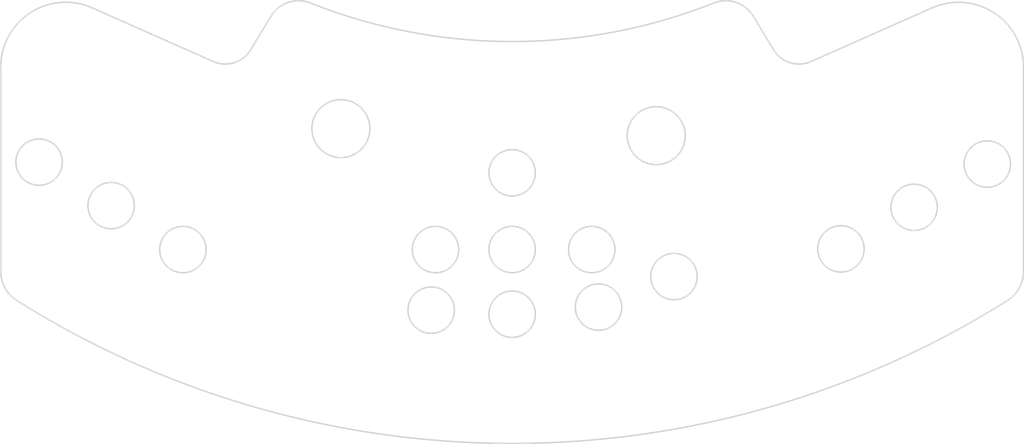
<source format=kicad_pcb>
(kicad_pcb
	(version 20240108)
	(generator "pcbnew")
	(generator_version "8.0")
	(general
		(thickness 1)
		(legacy_teardrops no)
	)
	(paper "A4")
	(layers
		(0 "F.Cu" signal)
		(31 "B.Cu" signal)
		(32 "B.Adhes" user "B.Adhesive")
		(33 "F.Adhes" user "F.Adhesive")
		(34 "B.Paste" user)
		(35 "F.Paste" user)
		(36 "B.SilkS" user "B.Silkscreen")
		(37 "F.SilkS" user "F.Silkscreen")
		(38 "B.Mask" user)
		(39 "F.Mask" user)
		(40 "Dwgs.User" user "User.Drawings")
		(41 "Cmts.User" user "User.Comments")
		(42 "Eco1.User" user "User.Eco1")
		(43 "Eco2.User" user "User.Eco2")
		(44 "Edge.Cuts" user)
		(45 "Margin" user)
		(46 "B.CrtYd" user "B.Courtyard")
		(47 "F.CrtYd" user "F.Courtyard")
		(48 "B.Fab" user)
		(49 "F.Fab" user)
	)
	(setup
		(stackup
			(layer "F.SilkS"
				(type "Top Silk Screen")
			)
			(layer "F.Paste"
				(type "Top Solder Paste")
			)
			(layer "F.Mask"
				(type "Top Solder Mask")
				(thickness 0.01)
			)
			(layer "F.Cu"
				(type "copper")
				(thickness 0.035)
			)
			(layer "dielectric 1"
				(type "core")
				(thickness 0.91)
				(material "FR4")
				(epsilon_r 4.5)
				(loss_tangent 0.02)
			)
			(layer "B.Cu"
				(type "copper")
				(thickness 0.035)
			)
			(layer "B.Mask"
				(type "Bottom Solder Mask")
				(thickness 0.01)
			)
			(layer "B.Paste"
				(type "Bottom Solder Paste")
			)
			(layer "B.SilkS"
				(type "Bottom Silk Screen")
			)
			(copper_finish "None")
			(dielectric_constraints no)
		)
		(pad_to_mask_clearance 0)
		(allow_soldermask_bridges_in_footprints no)
		(grid_origin 83 149)
		(pcbplotparams
			(layerselection 0x00010fc_ffffffff)
			(plot_on_all_layers_selection 0x0000000_00000000)
			(disableapertmacros no)
			(usegerberextensions no)
			(usegerberattributes yes)
			(usegerberadvancedattributes yes)
			(creategerberjobfile yes)
			(dashed_line_dash_ratio 12.000000)
			(dashed_line_gap_ratio 3.000000)
			(svgprecision 4)
			(plotframeref no)
			(viasonmask no)
			(mode 1)
			(useauxorigin no)
			(hpglpennumber 1)
			(hpglpenspeed 20)
			(hpglpendiameter 15.000000)
			(pdf_front_fp_property_popups yes)
			(pdf_back_fp_property_popups yes)
			(dxfpolygonmode yes)
			(dxfimperialunits yes)
			(dxfusepcbnewfont yes)
			(psnegative no)
			(psa4output no)
			(plotreference yes)
			(plotvalue yes)
			(plotfptext yes)
			(plotinvisibletext no)
			(sketchpadsonfab no)
			(subtractmaskfromsilk no)
			(outputformat 1)
			(mirror no)
			(drillshape 1)
			(scaleselection 1)
			(outputdirectory "")
		)
	)
	(net 0 "")
	(gr_line
		(start 68.527921 140.66225)
		(end 72.705696 142.514572)
		(stroke
			(width 0.05)
			(type solid)
		)
		(layer "Edge.Cuts")
		(uuid "00f1831d-fc9a-4c73-8b44-0e8c81f1792c")
	)
	(gr_line
		(start 73.992381 142.109204)
		(end 74.69 140.953424)
		(stroke
			(width 0.05)
			(type solid)
		)
		(layer "Edge.Cuts")
		(uuid "10d7176c-c864-49d1-8242-f214a8c5aa17")
	)
	(gr_circle
		(center 85.743079 149)
		(end 84.943079 149)
		(stroke
			(width 0.05)
			(type solid)
		)
		(fill none)
		(layer "Edge.Cuts")
		(uuid "15011dcf-ae10-4481-bcc4-6768c579620b")
	)
	(gr_line
		(start 65.38 149.75)
		(end 65.38 142.71)
		(stroke
			(width 0.05)
			(type solid)
		)
		(layer "Edge.Cuts")
		(uuid "1f5dd350-0d22-4cfc-845b-a107e007aaaf")
	)
	(gr_circle
		(center 77.099783 144.828617)
		(end 76.099783 144.828617)
		(stroke
			(width 0.05)
			(type solid)
		)
		(fill none)
		(layer "Edge.Cuts")
		(uuid "3109b2ef-cc18-478e-9b8e-acfb3c6404e6")
	)
	(gr_circle
		(center 83 149)
		(end 82.2 149)
		(stroke
			(width 0.05)
			(type solid)
		)
		(fill none)
		(layer "Edge.Cuts")
		(uuid "3a3efb6c-714e-462f-b336-a651e2ef8896")
	)
	(gr_circle
		(center 69.184432 147.484279)
		(end 68.384432 147.484279)
		(stroke
			(width 0.05)
			(type solid)
		)
		(fill none)
		(layer "Edge.Cuts")
		(uuid "47f4ea32-8654-4465-a182-d36b01c08f0b")
	)
	(gr_arc
		(start 65.38 142.71)
		(mid 66.398555 140.832323)
		(end 68.527921 140.66225)
		(stroke
			(width 0.05)
			(type solid)
		)
		(layer "Edge.Cuts")
		(uuid "4838f04b-a1a2-4420-9838-afb11edf9db9")
	)
	(gr_circle
		(center 83 151.230302)
		(end 82.2 151.230302)
		(stroke
			(width 0.05)
			(type solid)
		)
		(fill none)
		(layer "Edge.Cuts")
		(uuid "5ad7068d-cbe2-42db-98b5-1f4876a92c9f")
	)
	(gr_arc
		(start 100.62 149.75)
		(mid 100.471936 150.324865)
		(end 100.064589 150.756676)
		(stroke
			(width 0.05)
			(type solid)
		)
		(layer "Edge.Cuts")
		(uuid "5e615c04-fd23-4b92-a498-28246e463072")
	)
	(gr_circle
		(center 66.702743 145.983872)
		(end 65.902743 145.983872)
		(stroke
			(width 0.05)
			(type solid)
		)
		(fill none)
		(layer "Edge.Cuts")
		(uuid "6010a0e8-94e7-474b-ba23-f85d3707186d")
	)
	(gr_arc
		(start 89.95 140.495396)
		(mid 90.713971 140.475078)
		(end 91.31 140.953424)
		(stroke
			(width 0.05)
			(type solid)
		)
		(layer "Edge.Cuts")
		(uuid "6acecc50-4798-443b-8887-4f44f5675954")
	)
	(gr_arc
		(start 97.472079 140.66225)
		(mid 99.601445 140.832323)
		(end 100.62 142.71)
		(stroke
			(width 0.05)
			(type solid)
		)
		(layer "Edge.Cuts")
		(uuid "6bf932af-b312-4573-a049-77debe90e406")
	)
	(gr_circle
		(center 80.359066 149)
		(end 79.559066 149)
		(stroke
			(width 0.05)
			(type solid)
		)
		(fill none)
		(layer "Edge.Cuts")
		(uuid "72578f18-72e3-4c3a-b9a2-2b6dbb9f9812")
	)
	(gr_line
		(start 100.62 142.71)
		(end 100.62 149.75)
		(stroke
			(width 0.05)
			(type solid)
		)
		(layer "Edge.Cuts")
		(uuid "74cb4817-105e-45fc-a6f3-37404704dede")
	)
	(gr_arc
		(start 74.69 140.953424)
		(mid 75.286029 140.475078)
		(end 76.05 140.495396)
		(stroke
			(width 0.05)
			(type solid)
		)
		(layer "Edge.Cuts")
		(uuid "7fea9c35-56ab-41ca-9d2c-2b36a2770e69")
	)
	(gr_circle
		(center 83 146.352393)
		(end 82.2 146.352393)
		(stroke
			(width 0.05)
			(type solid)
		)
		(fill none)
		(layer "Edge.Cuts")
		(uuid "808efabe-ac72-44d7-a6f6-5bc39fbc0740")
	)
	(gr_arc
		(start 65.935411 150.756676)
		(mid 65.528064 150.324865)
		(end 65.38 149.75)
		(stroke
			(width 0.05)
			(type solid)
		)
		(layer "Edge.Cuts")
		(uuid "846287a9-1dc5-45e7-80ee-bd2a54830ee6")
	)
	(gr_circle
		(center 99.370476 146.05104)
		(end 98.570476 146.05104)
		(stroke
			(width 0.05)
			(type solid)
		)
		(fill none)
		(layer "Edge.Cuts")
		(uuid "91e48253-9be8-4847-a730-ca8fa64524aa")
	)
	(gr_circle
		(center 96.848948 147.543285)
		(end 96.048948 147.543285)
		(stroke
			(width 0.05)
			(type solid)
		)
		(fill none)
		(layer "Edge.Cuts")
		(uuid "99627d8e-4cca-4144-822a-a54fa3a730b2")
	)
	(gr_circle
		(center 94.328284 148.97725)
		(end 93.528284 148.97725)
		(stroke
			(width 0.05)
			(type solid)
		)
		(fill none)
		(layer "Edge.Cuts")
		(uuid "9d3cf76b-f3bb-4f3d-85e6-89fbb669a966")
	)
	(gr_line
		(start 93.294304 142.514572)
		(end 97.472079 140.66225)
		(stroke
			(width 0.05)
			(type solid)
		)
		(layer "Edge.Cuts")
		(uuid "bd723a77-d1d7-465d-8382-1cab4b132a3d")
	)
	(gr_circle
		(center 88.576039 149.932094)
		(end 87.776039 149.932094)
		(stroke
			(width 0.05)
			(type solid)
		)
		(fill none)
		(layer "Edge.Cuts")
		(uuid "c1cb7a46-20e8-4062-a7aa-79c7f25e5c4e")
	)
	(gr_circle
		(center 80.21175 151.090521)
		(end 79.41175 151.090521)
		(stroke
			(width 0.05)
			(type solid)
		)
		(fill none)
		(layer "Edge.Cuts")
		(uuid "c88edff7-7f25-45c7-80de-274058893d58")
	)
	(gr_arc
		(start 93.294303 142.514571)
		(mid 92.574377 142.554975)
		(end 92.007619 142.109204)
		(stroke
			(width 0.05)
			(type solid)
		)
		(layer "Edge.Cuts")
		(uuid "cf8fab95-6ee2-4e54-ab25-b9e60169105b")
	)
	(gr_arc
		(start 89.95 140.495396)
		(mid 83 141.824927)
		(end 76.05 140.495396)
		(stroke
			(width 0.05)
			(type solid)
		)
		(layer "Edge.Cuts")
		(uuid "dc4562d7-4d07-4847-a9ec-d6daf7b42cef")
	)
	(gr_circle
		(center 85.97647 150.985229)
		(end 85.17647 150.985229)
		(stroke
			(width 0.05)
			(type solid)
		)
		(fill none)
		(layer "Edge.Cuts")
		(uuid "de989a2b-8927-432b-bb00-e2a26d6a6497")
	)
	(gr_circle
		(center 71.656797 149)
		(end 70.856797 149)
		(stroke
			(width 0.05)
			(type solid)
		)
		(fill none)
		(layer "Edge.Cuts")
		(uuid "e6f8ffeb-3aad-419d-b0c1-74b72df03e3b")
	)
	(gr_circle
		(center 87.964765 145.070707)
		(end 86.964765 145.070707)
		(stroke
			(width 0.05)
			(type solid)
		)
		(fill none)
		(layer "Edge.Cuts")
		(uuid "ec46c341-c745-4947-b0fd-55ff896c2c18")
	)
	(gr_arc
		(start 100.06459 150.756676)
		(mid 83 155.686401)
		(end 65.935411 150.756676)
		(stroke
			(width 0.05)
			(type solid)
		)
		(layer "Edge.Cuts")
		(uuid "f662a64f-ed38-477d-a9aa-bbe10ba6581f")
	)
	(gr_arc
		(start 73.992381 142.109205)
		(mid 73.425623 142.554976)
		(end 72.705696 142.514572)
		(stroke
			(width 0.05)
			(type solid)
		)
		(layer "Edge.Cuts")
		(uuid "fa0c6aa8-e4a7-4a7d-b090-b7f010ab5ae9")
	)
	(gr_line
		(start 91.31 140.953424)
		(end 92.007619 142.109204)
		(stroke
			(width 0.05)
			(type solid)
		)
		(layer "Edge.Cuts")
		(uuid "fd09d60f-6742-47bf-8ddd-b758c42f59d0")
	)
)

</source>
